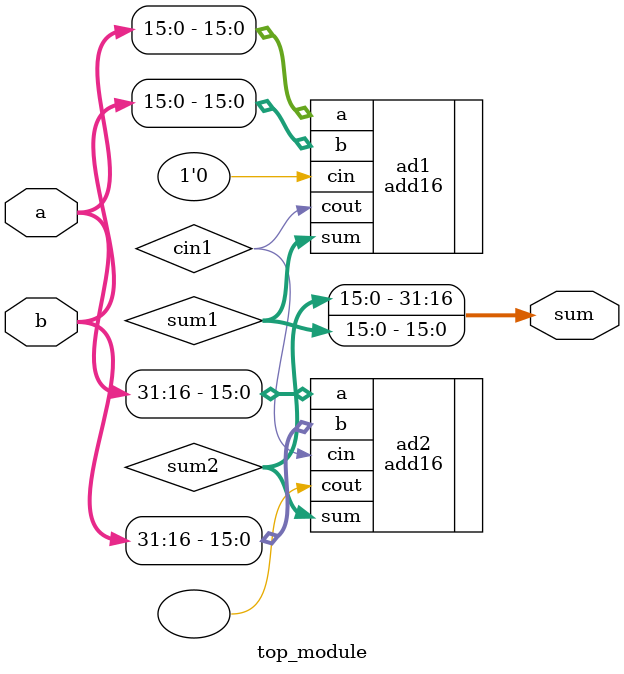
<source format=v>
module top_module(
    input [31:0] a,
    input [31:0] b,
    output [31:0] sum
);
    wire [15:0] sum1,sum2;
    wire cin1;
    add16 ad1(.a(a[15:0]), .b(b[15:0]), .cin(1'b0), .sum(sum1), .cout(cin1) );
    add16 ad2(.a(a[31:16]), .b(b[31:16]), .cin(cin1), .sum(sum2), .cout() );
    
    assign sum = {sum2,sum1};
endmodule
</source>
